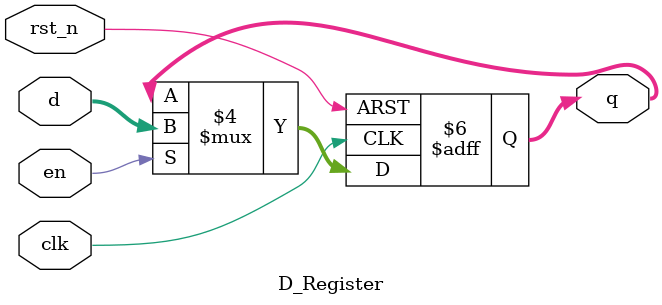
<source format=sv>
`timescale 1ns / 1ps

module D_Register #(
    parameter bits = 8
) (
    input logic clk,
    input logic rst_n,
    input logic en,
    input logic [bits-1:0] d,
    output logic [bits-1:0] q
);

  always @(posedge clk, negedge rst_n) begin
    if (~rst_n) q <= 0;
    else if (en) q <= d;
    else q <= q;
  end
endmodule

</source>
